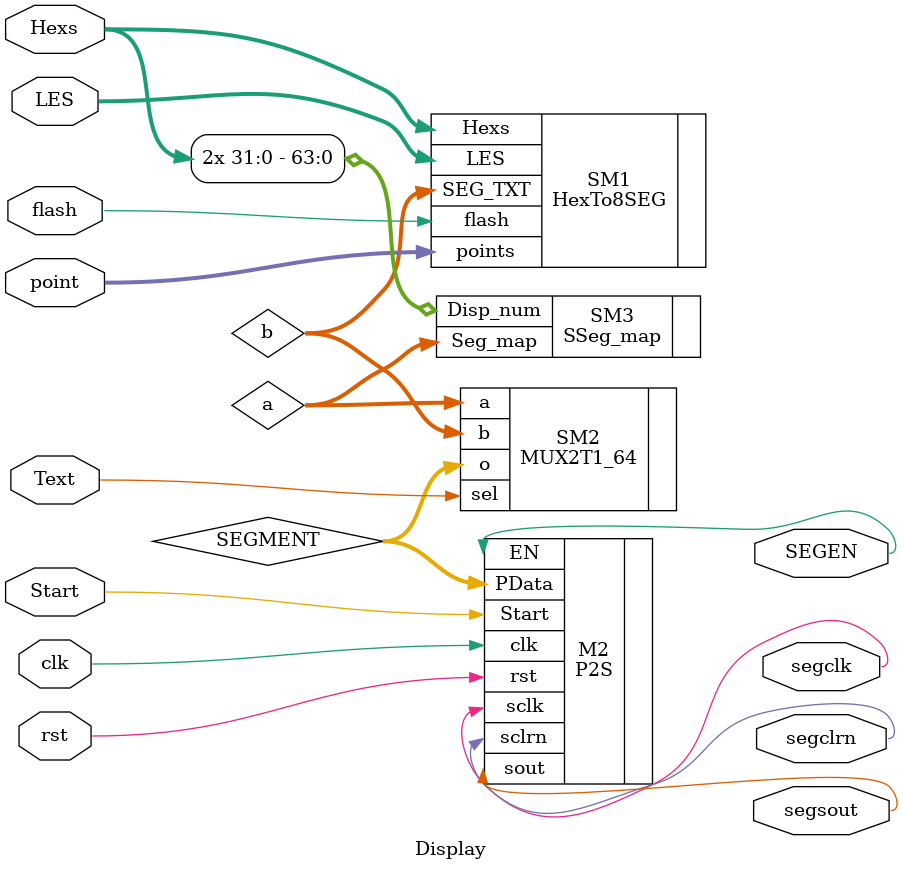
<source format=v>
`timescale 1ns / 1ps
module Display(input clk,
			   input rst,
			   input Start,
			   input Text,
			   input flash,
			   input [31:0]Hexs,
			   input [7:0]point,
			   input [7:0]LES,
			   output segclk,
			   output segsout,
			   output SEGEN,
			   output segclrn
);
	wire [63:0]a;
	wire [63:0]b;
	wire [63:0]SEGMENT;
	HexTo8SEG SM1(.flash(flash),
				  .Hexs(Hexs[31:0]),
				  .points(point[7:0]),
				  .LES(LES[7:0]),
				  .SEG_TXT(b[63:0]));
	SSeg_map SM3(.Disp_num({2{Hexs[31:0]}}),
				 .Seg_map(a[63:0]));
	MUX2T1_64 SM2(.a(a[63:0]),.b(b[63:0]),.sel(Text),.o(SEGMENT[63:0]));
	
	P2S #(.DATA_BITS(64), .DATA_COUNT_BITS(6), .DIR(1))
		M2(.clk(clk),
		   .rst(rst),
		   .Start(Start),
		   .PData(SEGMENT[63:0]),
		   .sclk(segclk),
		   .sout(segsout),
		   .EN(SEGEN),
		   .sclrn(segclrn));
endmodule

</source>
